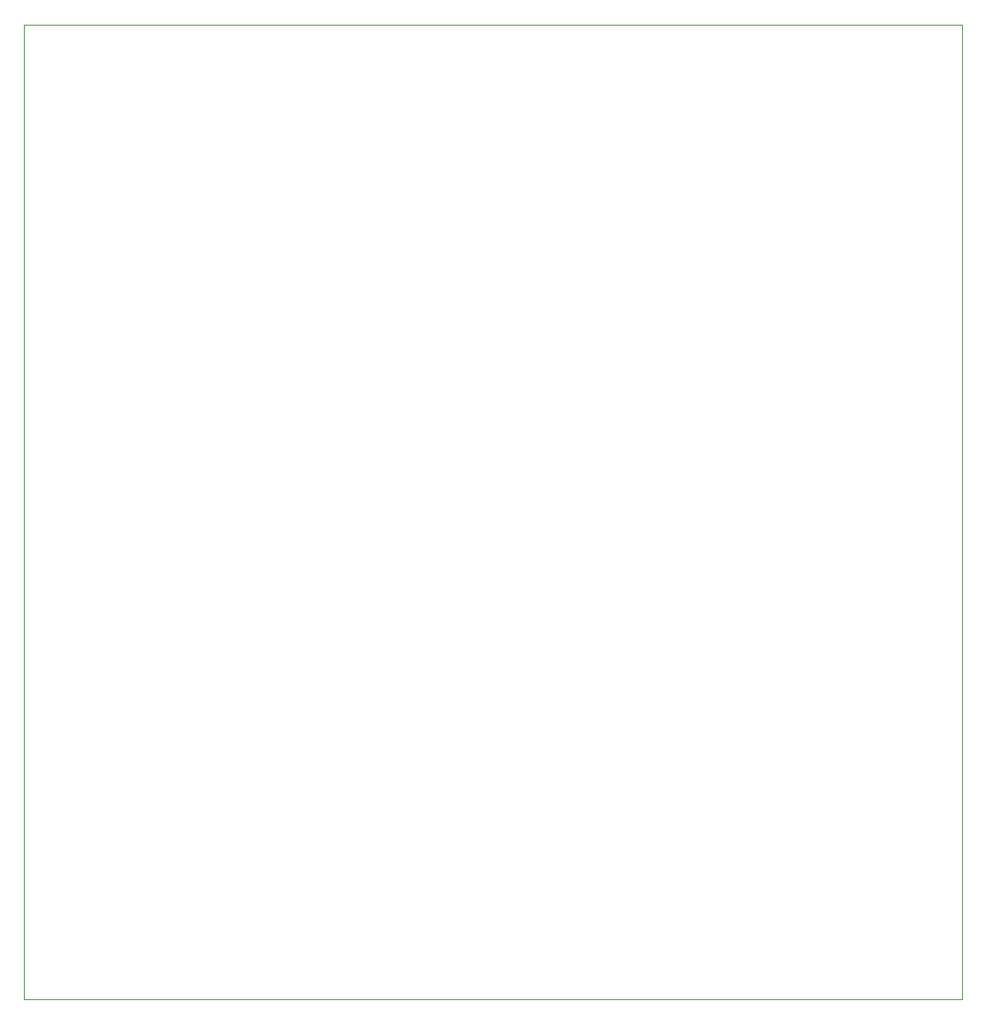
<source format=gbr>
%TF.GenerationSoftware,KiCad,Pcbnew,8.0.8*%
%TF.CreationDate,2025-02-20T19:12:18+01:00*%
%TF.ProjectId,lakypad,6c616b79-7061-4642-9e6b-696361645f70,rev?*%
%TF.SameCoordinates,Original*%
%TF.FileFunction,Profile,NP*%
%FSLAX46Y46*%
G04 Gerber Fmt 4.6, Leading zero omitted, Abs format (unit mm)*
G04 Created by KiCad (PCBNEW 8.0.8) date 2025-02-20 19:12:18*
%MOMM*%
%LPD*%
G01*
G04 APERTURE LIST*
%TA.AperFunction,Profile*%
%ADD10C,0.050000*%
%TD*%
G04 APERTURE END LIST*
D10*
X96250000Y-20000000D02*
X192650000Y-20000000D01*
X192650000Y-120000000D01*
X96250000Y-120000000D01*
X96250000Y-20000000D01*
M02*

</source>
